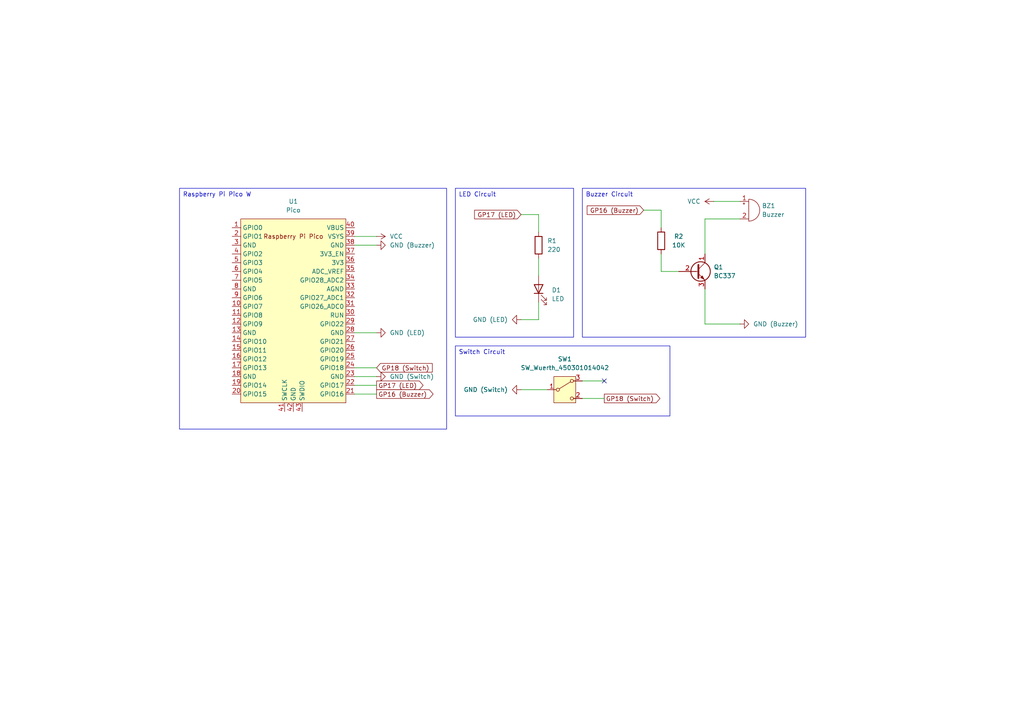
<source format=kicad_sch>
(kicad_sch
	(version 20231120)
	(generator "eeschema")
	(generator_version "8.0")
	(uuid "3a983584-ae2d-4352-b951-aa1985dfa5c1")
	(paper "A4")
	(lib_symbols
		(symbol "Device:Buzzer"
			(pin_names
				(offset 0.0254) hide)
			(exclude_from_sim no)
			(in_bom yes)
			(on_board yes)
			(property "Reference" "BZ"
				(at 3.81 1.27 0)
				(effects
					(font
						(size 1.27 1.27)
					)
					(justify left)
				)
			)
			(property "Value" "Buzzer"
				(at 3.81 -1.27 0)
				(effects
					(font
						(size 1.27 1.27)
					)
					(justify left)
				)
			)
			(property "Footprint" ""
				(at -0.635 2.54 90)
				(effects
					(font
						(size 1.27 1.27)
					)
					(hide yes)
				)
			)
			(property "Datasheet" "~"
				(at -0.635 2.54 90)
				(effects
					(font
						(size 1.27 1.27)
					)
					(hide yes)
				)
			)
			(property "Description" "Buzzer, polarized"
				(at 0 0 0)
				(effects
					(font
						(size 1.27 1.27)
					)
					(hide yes)
				)
			)
			(property "ki_keywords" "quartz resonator ceramic"
				(at 0 0 0)
				(effects
					(font
						(size 1.27 1.27)
					)
					(hide yes)
				)
			)
			(property "ki_fp_filters" "*Buzzer*"
				(at 0 0 0)
				(effects
					(font
						(size 1.27 1.27)
					)
					(hide yes)
				)
			)
			(symbol "Buzzer_0_1"
				(arc
					(start 0 -3.175)
					(mid 3.1612 0)
					(end 0 3.175)
					(stroke
						(width 0)
						(type default)
					)
					(fill
						(type none)
					)
				)
				(polyline
					(pts
						(xy -1.651 1.905) (xy -1.143 1.905)
					)
					(stroke
						(width 0)
						(type default)
					)
					(fill
						(type none)
					)
				)
				(polyline
					(pts
						(xy -1.397 2.159) (xy -1.397 1.651)
					)
					(stroke
						(width 0)
						(type default)
					)
					(fill
						(type none)
					)
				)
				(polyline
					(pts
						(xy 0 3.175) (xy 0 -3.175)
					)
					(stroke
						(width 0)
						(type default)
					)
					(fill
						(type none)
					)
				)
			)
			(symbol "Buzzer_1_1"
				(pin passive line
					(at -2.54 2.54 0)
					(length 2.54)
					(name "+"
						(effects
							(font
								(size 1.27 1.27)
							)
						)
					)
					(number "1"
						(effects
							(font
								(size 1.27 1.27)
							)
						)
					)
				)
				(pin passive line
					(at -2.54 -2.54 0)
					(length 2.54)
					(name "-"
						(effects
							(font
								(size 1.27 1.27)
							)
						)
					)
					(number "2"
						(effects
							(font
								(size 1.27 1.27)
							)
						)
					)
				)
			)
		)
		(symbol "Device:LED"
			(pin_numbers hide)
			(pin_names
				(offset 1.016) hide)
			(exclude_from_sim no)
			(in_bom yes)
			(on_board yes)
			(property "Reference" "D"
				(at 0 2.54 0)
				(effects
					(font
						(size 1.27 1.27)
					)
				)
			)
			(property "Value" "LED"
				(at 0 -2.54 0)
				(effects
					(font
						(size 1.27 1.27)
					)
				)
			)
			(property "Footprint" ""
				(at 0 0 0)
				(effects
					(font
						(size 1.27 1.27)
					)
					(hide yes)
				)
			)
			(property "Datasheet" "~"
				(at 0 0 0)
				(effects
					(font
						(size 1.27 1.27)
					)
					(hide yes)
				)
			)
			(property "Description" "Light emitting diode"
				(at 0 0 0)
				(effects
					(font
						(size 1.27 1.27)
					)
					(hide yes)
				)
			)
			(property "ki_keywords" "LED diode"
				(at 0 0 0)
				(effects
					(font
						(size 1.27 1.27)
					)
					(hide yes)
				)
			)
			(property "ki_fp_filters" "LED* LED_SMD:* LED_THT:*"
				(at 0 0 0)
				(effects
					(font
						(size 1.27 1.27)
					)
					(hide yes)
				)
			)
			(symbol "LED_0_1"
				(polyline
					(pts
						(xy -1.27 -1.27) (xy -1.27 1.27)
					)
					(stroke
						(width 0.254)
						(type default)
					)
					(fill
						(type none)
					)
				)
				(polyline
					(pts
						(xy -1.27 0) (xy 1.27 0)
					)
					(stroke
						(width 0)
						(type default)
					)
					(fill
						(type none)
					)
				)
				(polyline
					(pts
						(xy 1.27 -1.27) (xy 1.27 1.27) (xy -1.27 0) (xy 1.27 -1.27)
					)
					(stroke
						(width 0.254)
						(type default)
					)
					(fill
						(type none)
					)
				)
				(polyline
					(pts
						(xy -3.048 -0.762) (xy -4.572 -2.286) (xy -3.81 -2.286) (xy -4.572 -2.286) (xy -4.572 -1.524)
					)
					(stroke
						(width 0)
						(type default)
					)
					(fill
						(type none)
					)
				)
				(polyline
					(pts
						(xy -1.778 -0.762) (xy -3.302 -2.286) (xy -2.54 -2.286) (xy -3.302 -2.286) (xy -3.302 -1.524)
					)
					(stroke
						(width 0)
						(type default)
					)
					(fill
						(type none)
					)
				)
			)
			(symbol "LED_1_1"
				(pin passive line
					(at -3.81 0 0)
					(length 2.54)
					(name "K"
						(effects
							(font
								(size 1.27 1.27)
							)
						)
					)
					(number "1"
						(effects
							(font
								(size 1.27 1.27)
							)
						)
					)
				)
				(pin passive line
					(at 3.81 0 180)
					(length 2.54)
					(name "A"
						(effects
							(font
								(size 1.27 1.27)
							)
						)
					)
					(number "2"
						(effects
							(font
								(size 1.27 1.27)
							)
						)
					)
				)
			)
		)
		(symbol "Device:R"
			(pin_numbers hide)
			(pin_names
				(offset 0)
			)
			(exclude_from_sim no)
			(in_bom yes)
			(on_board yes)
			(property "Reference" "R"
				(at 2.032 0 90)
				(effects
					(font
						(size 1.27 1.27)
					)
				)
			)
			(property "Value" "R"
				(at 0 0 90)
				(effects
					(font
						(size 1.27 1.27)
					)
				)
			)
			(property "Footprint" ""
				(at -1.778 0 90)
				(effects
					(font
						(size 1.27 1.27)
					)
					(hide yes)
				)
			)
			(property "Datasheet" "~"
				(at 0 0 0)
				(effects
					(font
						(size 1.27 1.27)
					)
					(hide yes)
				)
			)
			(property "Description" "Resistor"
				(at 0 0 0)
				(effects
					(font
						(size 1.27 1.27)
					)
					(hide yes)
				)
			)
			(property "ki_keywords" "R res resistor"
				(at 0 0 0)
				(effects
					(font
						(size 1.27 1.27)
					)
					(hide yes)
				)
			)
			(property "ki_fp_filters" "R_*"
				(at 0 0 0)
				(effects
					(font
						(size 1.27 1.27)
					)
					(hide yes)
				)
			)
			(symbol "R_0_1"
				(rectangle
					(start -1.016 -2.54)
					(end 1.016 2.54)
					(stroke
						(width 0.254)
						(type default)
					)
					(fill
						(type none)
					)
				)
			)
			(symbol "R_1_1"
				(pin passive line
					(at 0 3.81 270)
					(length 1.27)
					(name "~"
						(effects
							(font
								(size 1.27 1.27)
							)
						)
					)
					(number "1"
						(effects
							(font
								(size 1.27 1.27)
							)
						)
					)
				)
				(pin passive line
					(at 0 -3.81 90)
					(length 1.27)
					(name "~"
						(effects
							(font
								(size 1.27 1.27)
							)
						)
					)
					(number "2"
						(effects
							(font
								(size 1.27 1.27)
							)
						)
					)
				)
			)
		)
		(symbol "MCU_RaspberryPi_and_Boards:Pico"
			(exclude_from_sim no)
			(in_bom yes)
			(on_board yes)
			(property "Reference" "U"
				(at -13.97 27.94 0)
				(effects
					(font
						(size 1.27 1.27)
					)
				)
			)
			(property "Value" "Pico"
				(at 0 19.05 0)
				(effects
					(font
						(size 1.27 1.27)
					)
				)
			)
			(property "Footprint" "RPi_Pico:RPi_Pico_SMD_TH"
				(at 0 0 90)
				(effects
					(font
						(size 1.27 1.27)
					)
					(hide yes)
				)
			)
			(property "Datasheet" ""
				(at 0 0 0)
				(effects
					(font
						(size 1.27 1.27)
					)
					(hide yes)
				)
			)
			(property "Description" ""
				(at 0 0 0)
				(effects
					(font
						(size 1.27 1.27)
					)
					(hide yes)
				)
			)
			(symbol "Pico_0_0"
				(text "Raspberry Pi Pico"
					(at 0 21.59 0)
					(effects
						(font
							(size 1.27 1.27)
						)
					)
				)
			)
			(symbol "Pico_0_1"
				(rectangle
					(start -15.24 26.67)
					(end 15.24 -26.67)
					(stroke
						(width 0)
						(type default)
					)
					(fill
						(type background)
					)
				)
			)
			(symbol "Pico_1_1"
				(pin bidirectional line
					(at -17.78 24.13 0)
					(length 2.54)
					(name "GPIO0"
						(effects
							(font
								(size 1.27 1.27)
							)
						)
					)
					(number "1"
						(effects
							(font
								(size 1.27 1.27)
							)
						)
					)
				)
				(pin bidirectional line
					(at -17.78 1.27 0)
					(length 2.54)
					(name "GPIO7"
						(effects
							(font
								(size 1.27 1.27)
							)
						)
					)
					(number "10"
						(effects
							(font
								(size 1.27 1.27)
							)
						)
					)
				)
				(pin bidirectional line
					(at -17.78 -1.27 0)
					(length 2.54)
					(name "GPIO8"
						(effects
							(font
								(size 1.27 1.27)
							)
						)
					)
					(number "11"
						(effects
							(font
								(size 1.27 1.27)
							)
						)
					)
				)
				(pin bidirectional line
					(at -17.78 -3.81 0)
					(length 2.54)
					(name "GPIO9"
						(effects
							(font
								(size 1.27 1.27)
							)
						)
					)
					(number "12"
						(effects
							(font
								(size 1.27 1.27)
							)
						)
					)
				)
				(pin power_in line
					(at -17.78 -6.35 0)
					(length 2.54)
					(name "GND"
						(effects
							(font
								(size 1.27 1.27)
							)
						)
					)
					(number "13"
						(effects
							(font
								(size 1.27 1.27)
							)
						)
					)
				)
				(pin bidirectional line
					(at -17.78 -8.89 0)
					(length 2.54)
					(name "GPIO10"
						(effects
							(font
								(size 1.27 1.27)
							)
						)
					)
					(number "14"
						(effects
							(font
								(size 1.27 1.27)
							)
						)
					)
				)
				(pin bidirectional line
					(at -17.78 -11.43 0)
					(length 2.54)
					(name "GPIO11"
						(effects
							(font
								(size 1.27 1.27)
							)
						)
					)
					(number "15"
						(effects
							(font
								(size 1.27 1.27)
							)
						)
					)
				)
				(pin bidirectional line
					(at -17.78 -13.97 0)
					(length 2.54)
					(name "GPIO12"
						(effects
							(font
								(size 1.27 1.27)
							)
						)
					)
					(number "16"
						(effects
							(font
								(size 1.27 1.27)
							)
						)
					)
				)
				(pin bidirectional line
					(at -17.78 -16.51 0)
					(length 2.54)
					(name "GPIO13"
						(effects
							(font
								(size 1.27 1.27)
							)
						)
					)
					(number "17"
						(effects
							(font
								(size 1.27 1.27)
							)
						)
					)
				)
				(pin power_in line
					(at -17.78 -19.05 0)
					(length 2.54)
					(name "GND"
						(effects
							(font
								(size 1.27 1.27)
							)
						)
					)
					(number "18"
						(effects
							(font
								(size 1.27 1.27)
							)
						)
					)
				)
				(pin bidirectional line
					(at -17.78 -21.59 0)
					(length 2.54)
					(name "GPIO14"
						(effects
							(font
								(size 1.27 1.27)
							)
						)
					)
					(number "19"
						(effects
							(font
								(size 1.27 1.27)
							)
						)
					)
				)
				(pin bidirectional line
					(at -17.78 21.59 0)
					(length 2.54)
					(name "GPIO1"
						(effects
							(font
								(size 1.27 1.27)
							)
						)
					)
					(number "2"
						(effects
							(font
								(size 1.27 1.27)
							)
						)
					)
				)
				(pin bidirectional line
					(at -17.78 -24.13 0)
					(length 2.54)
					(name "GPIO15"
						(effects
							(font
								(size 1.27 1.27)
							)
						)
					)
					(number "20"
						(effects
							(font
								(size 1.27 1.27)
							)
						)
					)
				)
				(pin bidirectional line
					(at 17.78 -24.13 180)
					(length 2.54)
					(name "GPIO16"
						(effects
							(font
								(size 1.27 1.27)
							)
						)
					)
					(number "21"
						(effects
							(font
								(size 1.27 1.27)
							)
						)
					)
				)
				(pin bidirectional line
					(at 17.78 -21.59 180)
					(length 2.54)
					(name "GPIO17"
						(effects
							(font
								(size 1.27 1.27)
							)
						)
					)
					(number "22"
						(effects
							(font
								(size 1.27 1.27)
							)
						)
					)
				)
				(pin power_in line
					(at 17.78 -19.05 180)
					(length 2.54)
					(name "GND"
						(effects
							(font
								(size 1.27 1.27)
							)
						)
					)
					(number "23"
						(effects
							(font
								(size 1.27 1.27)
							)
						)
					)
				)
				(pin bidirectional line
					(at 17.78 -16.51 180)
					(length 2.54)
					(name "GPIO18"
						(effects
							(font
								(size 1.27 1.27)
							)
						)
					)
					(number "24"
						(effects
							(font
								(size 1.27 1.27)
							)
						)
					)
				)
				(pin bidirectional line
					(at 17.78 -13.97 180)
					(length 2.54)
					(name "GPIO19"
						(effects
							(font
								(size 1.27 1.27)
							)
						)
					)
					(number "25"
						(effects
							(font
								(size 1.27 1.27)
							)
						)
					)
				)
				(pin bidirectional line
					(at 17.78 -11.43 180)
					(length 2.54)
					(name "GPIO20"
						(effects
							(font
								(size 1.27 1.27)
							)
						)
					)
					(number "26"
						(effects
							(font
								(size 1.27 1.27)
							)
						)
					)
				)
				(pin bidirectional line
					(at 17.78 -8.89 180)
					(length 2.54)
					(name "GPIO21"
						(effects
							(font
								(size 1.27 1.27)
							)
						)
					)
					(number "27"
						(effects
							(font
								(size 1.27 1.27)
							)
						)
					)
				)
				(pin power_in line
					(at 17.78 -6.35 180)
					(length 2.54)
					(name "GND"
						(effects
							(font
								(size 1.27 1.27)
							)
						)
					)
					(number "28"
						(effects
							(font
								(size 1.27 1.27)
							)
						)
					)
				)
				(pin bidirectional line
					(at 17.78 -3.81 180)
					(length 2.54)
					(name "GPIO22"
						(effects
							(font
								(size 1.27 1.27)
							)
						)
					)
					(number "29"
						(effects
							(font
								(size 1.27 1.27)
							)
						)
					)
				)
				(pin power_in line
					(at -17.78 19.05 0)
					(length 2.54)
					(name "GND"
						(effects
							(font
								(size 1.27 1.27)
							)
						)
					)
					(number "3"
						(effects
							(font
								(size 1.27 1.27)
							)
						)
					)
				)
				(pin input line
					(at 17.78 -1.27 180)
					(length 2.54)
					(name "RUN"
						(effects
							(font
								(size 1.27 1.27)
							)
						)
					)
					(number "30"
						(effects
							(font
								(size 1.27 1.27)
							)
						)
					)
				)
				(pin bidirectional line
					(at 17.78 1.27 180)
					(length 2.54)
					(name "GPIO26_ADC0"
						(effects
							(font
								(size 1.27 1.27)
							)
						)
					)
					(number "31"
						(effects
							(font
								(size 1.27 1.27)
							)
						)
					)
				)
				(pin bidirectional line
					(at 17.78 3.81 180)
					(length 2.54)
					(name "GPIO27_ADC1"
						(effects
							(font
								(size 1.27 1.27)
							)
						)
					)
					(number "32"
						(effects
							(font
								(size 1.27 1.27)
							)
						)
					)
				)
				(pin power_in line
					(at 17.78 6.35 180)
					(length 2.54)
					(name "AGND"
						(effects
							(font
								(size 1.27 1.27)
							)
						)
					)
					(number "33"
						(effects
							(font
								(size 1.27 1.27)
							)
						)
					)
				)
				(pin bidirectional line
					(at 17.78 8.89 180)
					(length 2.54)
					(name "GPIO28_ADC2"
						(effects
							(font
								(size 1.27 1.27)
							)
						)
					)
					(number "34"
						(effects
							(font
								(size 1.27 1.27)
							)
						)
					)
				)
				(pin power_in line
					(at 17.78 11.43 180)
					(length 2.54)
					(name "ADC_VREF"
						(effects
							(font
								(size 1.27 1.27)
							)
						)
					)
					(number "35"
						(effects
							(font
								(size 1.27 1.27)
							)
						)
					)
				)
				(pin power_in line
					(at 17.78 13.97 180)
					(length 2.54)
					(name "3V3"
						(effects
							(font
								(size 1.27 1.27)
							)
						)
					)
					(number "36"
						(effects
							(font
								(size 1.27 1.27)
							)
						)
					)
				)
				(pin input line
					(at 17.78 16.51 180)
					(length 2.54)
					(name "3V3_EN"
						(effects
							(font
								(size 1.27 1.27)
							)
						)
					)
					(number "37"
						(effects
							(font
								(size 1.27 1.27)
							)
						)
					)
				)
				(pin bidirectional line
					(at 17.78 19.05 180)
					(length 2.54)
					(name "GND"
						(effects
							(font
								(size 1.27 1.27)
							)
						)
					)
					(number "38"
						(effects
							(font
								(size 1.27 1.27)
							)
						)
					)
				)
				(pin power_in line
					(at 17.78 21.59 180)
					(length 2.54)
					(name "VSYS"
						(effects
							(font
								(size 1.27 1.27)
							)
						)
					)
					(number "39"
						(effects
							(font
								(size 1.27 1.27)
							)
						)
					)
				)
				(pin bidirectional line
					(at -17.78 16.51 0)
					(length 2.54)
					(name "GPIO2"
						(effects
							(font
								(size 1.27 1.27)
							)
						)
					)
					(number "4"
						(effects
							(font
								(size 1.27 1.27)
							)
						)
					)
				)
				(pin power_in line
					(at 17.78 24.13 180)
					(length 2.54)
					(name "VBUS"
						(effects
							(font
								(size 1.27 1.27)
							)
						)
					)
					(number "40"
						(effects
							(font
								(size 1.27 1.27)
							)
						)
					)
				)
				(pin input line
					(at -2.54 -29.21 90)
					(length 2.54)
					(name "SWCLK"
						(effects
							(font
								(size 1.27 1.27)
							)
						)
					)
					(number "41"
						(effects
							(font
								(size 1.27 1.27)
							)
						)
					)
				)
				(pin power_in line
					(at 0 -29.21 90)
					(length 2.54)
					(name "GND"
						(effects
							(font
								(size 1.27 1.27)
							)
						)
					)
					(number "42"
						(effects
							(font
								(size 1.27 1.27)
							)
						)
					)
				)
				(pin bidirectional line
					(at 2.54 -29.21 90)
					(length 2.54)
					(name "SWDIO"
						(effects
							(font
								(size 1.27 1.27)
							)
						)
					)
					(number "43"
						(effects
							(font
								(size 1.27 1.27)
							)
						)
					)
				)
				(pin bidirectional line
					(at -17.78 13.97 0)
					(length 2.54)
					(name "GPIO3"
						(effects
							(font
								(size 1.27 1.27)
							)
						)
					)
					(number "5"
						(effects
							(font
								(size 1.27 1.27)
							)
						)
					)
				)
				(pin bidirectional line
					(at -17.78 11.43 0)
					(length 2.54)
					(name "GPIO4"
						(effects
							(font
								(size 1.27 1.27)
							)
						)
					)
					(number "6"
						(effects
							(font
								(size 1.27 1.27)
							)
						)
					)
				)
				(pin bidirectional line
					(at -17.78 8.89 0)
					(length 2.54)
					(name "GPIO5"
						(effects
							(font
								(size 1.27 1.27)
							)
						)
					)
					(number "7"
						(effects
							(font
								(size 1.27 1.27)
							)
						)
					)
				)
				(pin power_in line
					(at -17.78 6.35 0)
					(length 2.54)
					(name "GND"
						(effects
							(font
								(size 1.27 1.27)
							)
						)
					)
					(number "8"
						(effects
							(font
								(size 1.27 1.27)
							)
						)
					)
				)
				(pin bidirectional line
					(at -17.78 3.81 0)
					(length 2.54)
					(name "GPIO6"
						(effects
							(font
								(size 1.27 1.27)
							)
						)
					)
					(number "9"
						(effects
							(font
								(size 1.27 1.27)
							)
						)
					)
				)
			)
		)
		(symbol "Switch:SW_Wuerth_450301014042"
			(pin_names
				(offset 1) hide)
			(exclude_from_sim no)
			(in_bom yes)
			(on_board yes)
			(property "Reference" "SW"
				(at 0 5.08 0)
				(effects
					(font
						(size 1.27 1.27)
					)
				)
			)
			(property "Value" "SW_Wuerth_450301014042"
				(at 0 -5.08 0)
				(effects
					(font
						(size 1.27 1.27)
					)
				)
			)
			(property "Footprint" "Button_Switch_THT:SW_Slide-03_Wuerth-WS-SLTV_10x2.5x6.4_P2.54mm"
				(at 0 -10.16 0)
				(effects
					(font
						(size 1.27 1.27)
					)
					(hide yes)
				)
			)
			(property "Datasheet" "https://www.we-online.com/components/products/datasheet/450301014042.pdf"
				(at 0 -7.62 0)
				(effects
					(font
						(size 1.27 1.27)
					)
					(hide yes)
				)
			)
			(property "Description" "Switch slide, single pole double throw"
				(at 0 0 0)
				(effects
					(font
						(size 1.27 1.27)
					)
					(hide yes)
				)
			)
			(property "ki_keywords" "changeover single-pole double-throw spdt ON-ON"
				(at 0 0 0)
				(effects
					(font
						(size 1.27 1.27)
					)
					(hide yes)
				)
			)
			(property "ki_fp_filters" "SW*Wuerth*WS*SLTV*10x2.5x6.4*P2.54mm*"
				(at 0 0 0)
				(effects
					(font
						(size 1.27 1.27)
					)
					(hide yes)
				)
			)
			(symbol "SW_Wuerth_450301014042_0_1"
				(circle
					(center -2.032 0)
					(radius 0.4572)
					(stroke
						(width 0)
						(type default)
					)
					(fill
						(type none)
					)
				)
				(polyline
					(pts
						(xy -1.651 0.254) (xy 1.651 2.286)
					)
					(stroke
						(width 0)
						(type default)
					)
					(fill
						(type none)
					)
				)
				(circle
					(center 2.032 -2.54)
					(radius 0.4572)
					(stroke
						(width 0)
						(type default)
					)
					(fill
						(type none)
					)
				)
				(circle
					(center 2.032 2.54)
					(radius 0.4572)
					(stroke
						(width 0)
						(type default)
					)
					(fill
						(type none)
					)
				)
			)
			(symbol "SW_Wuerth_450301014042_1_1"
				(rectangle
					(start -3.175 3.81)
					(end 3.175 -3.81)
					(stroke
						(width 0)
						(type default)
					)
					(fill
						(type background)
					)
				)
				(pin passive line
					(at -5.08 0 0)
					(length 2.54)
					(name "B"
						(effects
							(font
								(size 1.27 1.27)
							)
						)
					)
					(number "1"
						(effects
							(font
								(size 1.27 1.27)
							)
						)
					)
				)
				(pin passive line
					(at 5.08 -2.54 180)
					(length 2.54)
					(name "C"
						(effects
							(font
								(size 1.27 1.27)
							)
						)
					)
					(number "2"
						(effects
							(font
								(size 1.27 1.27)
							)
						)
					)
				)
				(pin passive line
					(at 5.08 2.54 180)
					(length 2.54)
					(name "A"
						(effects
							(font
								(size 1.27 1.27)
							)
						)
					)
					(number "3"
						(effects
							(font
								(size 1.27 1.27)
							)
						)
					)
				)
			)
		)
		(symbol "Transistor_BJT:BC337"
			(pin_names
				(offset 0) hide)
			(exclude_from_sim no)
			(in_bom yes)
			(on_board yes)
			(property "Reference" "Q"
				(at 5.08 1.905 0)
				(effects
					(font
						(size 1.27 1.27)
					)
					(justify left)
				)
			)
			(property "Value" "BC337"
				(at 5.08 0 0)
				(effects
					(font
						(size 1.27 1.27)
					)
					(justify left)
				)
			)
			(property "Footprint" "Package_TO_SOT_THT:TO-92_Inline"
				(at 5.08 -1.905 0)
				(effects
					(font
						(size 1.27 1.27)
						(italic yes)
					)
					(justify left)
					(hide yes)
				)
			)
			(property "Datasheet" "https://diotec.com/tl_files/diotec/files/pdf/datasheets/bc337.pdf"
				(at 0 0 0)
				(effects
					(font
						(size 1.27 1.27)
					)
					(justify left)
					(hide yes)
				)
			)
			(property "Description" "0.8A Ic, 45V Vce, NPN Transistor, TO-92"
				(at 0 0 0)
				(effects
					(font
						(size 1.27 1.27)
					)
					(hide yes)
				)
			)
			(property "ki_keywords" "NPN Transistor"
				(at 0 0 0)
				(effects
					(font
						(size 1.27 1.27)
					)
					(hide yes)
				)
			)
			(property "ki_fp_filters" "TO?92*"
				(at 0 0 0)
				(effects
					(font
						(size 1.27 1.27)
					)
					(hide yes)
				)
			)
			(symbol "BC337_0_1"
				(polyline
					(pts
						(xy 0 0) (xy 0.635 0)
					)
					(stroke
						(width 0)
						(type default)
					)
					(fill
						(type none)
					)
				)
				(polyline
					(pts
						(xy 0.635 0.635) (xy 2.54 2.54)
					)
					(stroke
						(width 0)
						(type default)
					)
					(fill
						(type none)
					)
				)
				(polyline
					(pts
						(xy 0.635 -0.635) (xy 2.54 -2.54) (xy 2.54 -2.54)
					)
					(stroke
						(width 0)
						(type default)
					)
					(fill
						(type none)
					)
				)
				(polyline
					(pts
						(xy 0.635 1.905) (xy 0.635 -1.905) (xy 0.635 -1.905)
					)
					(stroke
						(width 0.508)
						(type default)
					)
					(fill
						(type none)
					)
				)
				(polyline
					(pts
						(xy 1.27 -1.778) (xy 1.778 -1.27) (xy 2.286 -2.286) (xy 1.27 -1.778) (xy 1.27 -1.778)
					)
					(stroke
						(width 0)
						(type default)
					)
					(fill
						(type outline)
					)
				)
				(circle
					(center 1.27 0)
					(radius 2.8194)
					(stroke
						(width 0.254)
						(type default)
					)
					(fill
						(type none)
					)
				)
			)
			(symbol "BC337_1_1"
				(pin passive line
					(at 2.54 5.08 270)
					(length 2.54)
					(name "C"
						(effects
							(font
								(size 1.27 1.27)
							)
						)
					)
					(number "1"
						(effects
							(font
								(size 1.27 1.27)
							)
						)
					)
				)
				(pin input line
					(at -5.08 0 0)
					(length 5.08)
					(name "B"
						(effects
							(font
								(size 1.27 1.27)
							)
						)
					)
					(number "2"
						(effects
							(font
								(size 1.27 1.27)
							)
						)
					)
				)
				(pin passive line
					(at 2.54 -5.08 90)
					(length 2.54)
					(name "E"
						(effects
							(font
								(size 1.27 1.27)
							)
						)
					)
					(number "3"
						(effects
							(font
								(size 1.27 1.27)
							)
						)
					)
				)
			)
		)
		(symbol "power:GND"
			(power)
			(pin_numbers hide)
			(pin_names
				(offset 0) hide)
			(exclude_from_sim no)
			(in_bom yes)
			(on_board yes)
			(property "Reference" "#PWR"
				(at 0 -6.35 0)
				(effects
					(font
						(size 1.27 1.27)
					)
					(hide yes)
				)
			)
			(property "Value" "GND"
				(at 0 -3.81 0)
				(effects
					(font
						(size 1.27 1.27)
					)
				)
			)
			(property "Footprint" ""
				(at 0 0 0)
				(effects
					(font
						(size 1.27 1.27)
					)
					(hide yes)
				)
			)
			(property "Datasheet" ""
				(at 0 0 0)
				(effects
					(font
						(size 1.27 1.27)
					)
					(hide yes)
				)
			)
			(property "Description" "Power symbol creates a global label with name \"GND\" , ground"
				(at 0 0 0)
				(effects
					(font
						(size 1.27 1.27)
					)
					(hide yes)
				)
			)
			(property "ki_keywords" "global power"
				(at 0 0 0)
				(effects
					(font
						(size 1.27 1.27)
					)
					(hide yes)
				)
			)
			(symbol "GND_0_1"
				(polyline
					(pts
						(xy 0 0) (xy 0 -1.27) (xy 1.27 -1.27) (xy 0 -2.54) (xy -1.27 -1.27) (xy 0 -1.27)
					)
					(stroke
						(width 0)
						(type default)
					)
					(fill
						(type none)
					)
				)
			)
			(symbol "GND_1_1"
				(pin power_in line
					(at 0 0 270)
					(length 0)
					(name "~"
						(effects
							(font
								(size 1.27 1.27)
							)
						)
					)
					(number "1"
						(effects
							(font
								(size 1.27 1.27)
							)
						)
					)
				)
			)
		)
		(symbol "power:VCC"
			(power)
			(pin_numbers hide)
			(pin_names
				(offset 0) hide)
			(exclude_from_sim no)
			(in_bom yes)
			(on_board yes)
			(property "Reference" "#PWR"
				(at 0 -3.81 0)
				(effects
					(font
						(size 1.27 1.27)
					)
					(hide yes)
				)
			)
			(property "Value" "VCC"
				(at 0 3.556 0)
				(effects
					(font
						(size 1.27 1.27)
					)
				)
			)
			(property "Footprint" ""
				(at 0 0 0)
				(effects
					(font
						(size 1.27 1.27)
					)
					(hide yes)
				)
			)
			(property "Datasheet" ""
				(at 0 0 0)
				(effects
					(font
						(size 1.27 1.27)
					)
					(hide yes)
				)
			)
			(property "Description" "Power symbol creates a global label with name \"VCC\""
				(at 0 0 0)
				(effects
					(font
						(size 1.27 1.27)
					)
					(hide yes)
				)
			)
			(property "ki_keywords" "global power"
				(at 0 0 0)
				(effects
					(font
						(size 1.27 1.27)
					)
					(hide yes)
				)
			)
			(symbol "VCC_0_1"
				(polyline
					(pts
						(xy -0.762 1.27) (xy 0 2.54)
					)
					(stroke
						(width 0)
						(type default)
					)
					(fill
						(type none)
					)
				)
				(polyline
					(pts
						(xy 0 0) (xy 0 2.54)
					)
					(stroke
						(width 0)
						(type default)
					)
					(fill
						(type none)
					)
				)
				(polyline
					(pts
						(xy 0 2.54) (xy 0.762 1.27)
					)
					(stroke
						(width 0)
						(type default)
					)
					(fill
						(type none)
					)
				)
			)
			(symbol "VCC_1_1"
				(pin power_in line
					(at 0 0 90)
					(length 0)
					(name "~"
						(effects
							(font
								(size 1.27 1.27)
							)
						)
					)
					(number "1"
						(effects
							(font
								(size 1.27 1.27)
							)
						)
					)
				)
			)
		)
	)
	(no_connect
		(at 175.26 110.49)
		(uuid "2b32fc31-48a7-4099-8316-0881d30eaf9d")
	)
	(wire
		(pts
			(xy 156.21 62.23) (xy 156.21 67.31)
		)
		(stroke
			(width 0)
			(type default)
		)
		(uuid "046a3b25-74aa-4f73-93ff-8057404e1c26")
	)
	(wire
		(pts
			(xy 109.22 109.22) (xy 102.87 109.22)
		)
		(stroke
			(width 0)
			(type default)
		)
		(uuid "0872f419-0a6c-4882-abfc-e6372b4e862f")
	)
	(wire
		(pts
			(xy 191.77 78.74) (xy 196.85 78.74)
		)
		(stroke
			(width 0)
			(type default)
		)
		(uuid "093fb612-fc30-4503-b10f-85a1a611dad5")
	)
	(wire
		(pts
			(xy 151.13 113.03) (xy 158.75 113.03)
		)
		(stroke
			(width 0)
			(type default)
		)
		(uuid "0d559857-dd35-404f-aee1-76a2ebb10a82")
	)
	(wire
		(pts
			(xy 156.21 74.93) (xy 156.21 80.01)
		)
		(stroke
			(width 0)
			(type default)
		)
		(uuid "12c5aef5-8969-44f1-9307-14372be29efa")
	)
	(wire
		(pts
			(xy 109.22 106.68) (xy 102.87 106.68)
		)
		(stroke
			(width 0)
			(type default)
		)
		(uuid "3091c8d6-ec77-4a16-bb0d-a93ba734cd3b")
	)
	(wire
		(pts
			(xy 102.87 68.58) (xy 109.22 68.58)
		)
		(stroke
			(width 0)
			(type default)
		)
		(uuid "34117f57-73fe-4776-b70e-6c9d91670668")
	)
	(wire
		(pts
			(xy 109.22 71.12) (xy 102.87 71.12)
		)
		(stroke
			(width 0)
			(type default)
		)
		(uuid "463321de-e0a1-47a0-bfa0-e20cb360fcb6")
	)
	(wire
		(pts
			(xy 109.22 111.76) (xy 102.87 111.76)
		)
		(stroke
			(width 0)
			(type default)
		)
		(uuid "51a4b40a-5266-4417-94cc-058b4f8d692a")
	)
	(wire
		(pts
			(xy 207.01 58.42) (xy 214.63 58.42)
		)
		(stroke
			(width 0)
			(type default)
		)
		(uuid "54954fd1-ec10-4c51-bc24-90b0fc186678")
	)
	(wire
		(pts
			(xy 109.22 114.3) (xy 102.87 114.3)
		)
		(stroke
			(width 0)
			(type default)
		)
		(uuid "6255ae8e-8bb4-4d88-96da-2a07d628e8fb")
	)
	(wire
		(pts
			(xy 156.21 92.71) (xy 151.13 92.71)
		)
		(stroke
			(width 0)
			(type default)
		)
		(uuid "6719b5ef-975e-4ccb-aaa5-983e9209bc87")
	)
	(wire
		(pts
			(xy 204.47 73.66) (xy 204.47 63.5)
		)
		(stroke
			(width 0)
			(type default)
		)
		(uuid "682e32ac-3402-4f22-8b06-a873fa8fd1f1")
	)
	(wire
		(pts
			(xy 204.47 83.82) (xy 204.47 93.98)
		)
		(stroke
			(width 0)
			(type default)
		)
		(uuid "6c74ec52-8e3a-402f-a2cd-d168cf20c793")
	)
	(wire
		(pts
			(xy 191.77 73.66) (xy 191.77 78.74)
		)
		(stroke
			(width 0)
			(type default)
		)
		(uuid "77c6327c-4811-4af4-b395-2c0ed214daa7")
	)
	(wire
		(pts
			(xy 168.91 115.57) (xy 175.26 115.57)
		)
		(stroke
			(width 0)
			(type default)
		)
		(uuid "800fe306-6e32-462a-9f07-2350f7d875e2")
	)
	(wire
		(pts
			(xy 204.47 93.98) (xy 214.63 93.98)
		)
		(stroke
			(width 0)
			(type default)
		)
		(uuid "979867df-4477-4be0-ad58-acb034e8364f")
	)
	(wire
		(pts
			(xy 109.22 96.52) (xy 102.87 96.52)
		)
		(stroke
			(width 0)
			(type default)
		)
		(uuid "9b8c055b-304f-40b1-94a3-60d079f21c21")
	)
	(wire
		(pts
			(xy 191.77 60.96) (xy 191.77 66.04)
		)
		(stroke
			(width 0)
			(type default)
		)
		(uuid "a5fe4b79-6c2c-4d5b-b43a-b5d3f2585874")
	)
	(wire
		(pts
			(xy 204.47 63.5) (xy 214.63 63.5)
		)
		(stroke
			(width 0)
			(type default)
		)
		(uuid "a93963f1-02e3-4fd3-b448-6cb77b9e6f54")
	)
	(wire
		(pts
			(xy 168.91 110.49) (xy 175.26 110.49)
		)
		(stroke
			(width 0)
			(type default)
		)
		(uuid "c783fc9b-ccfb-44d2-8388-5bbf2cff5591")
	)
	(wire
		(pts
			(xy 151.13 62.23) (xy 156.21 62.23)
		)
		(stroke
			(width 0)
			(type default)
		)
		(uuid "dec9d076-a3ee-4f18-af1f-5001259b4e25")
	)
	(wire
		(pts
			(xy 156.21 87.63) (xy 156.21 92.71)
		)
		(stroke
			(width 0)
			(type default)
		)
		(uuid "e2029c9d-ec11-48c4-845e-2bb3f0d86517")
	)
	(wire
		(pts
			(xy 186.69 60.96) (xy 191.77 60.96)
		)
		(stroke
			(width 0)
			(type default)
		)
		(uuid "f82db02c-eda9-47e9-bd82-6c0a979f3288")
	)
	(text_box "Raspberry Pi Pico W"
		(exclude_from_sim no)
		(at 52.07 54.61 0)
		(size 77.47 69.85)
		(stroke
			(width 0)
			(type default)
		)
		(fill
			(type none)
		)
		(effects
			(font
				(size 1.27 1.27)
			)
			(justify left top)
		)
		(uuid "93bb100a-6a9a-4d0a-a8af-94c521f69da4")
	)
	(text_box "Buzzer Circuit\n"
		(exclude_from_sim no)
		(at 168.91 54.61 0)
		(size 64.77 43.18)
		(stroke
			(width 0)
			(type default)
		)
		(fill
			(type none)
		)
		(effects
			(font
				(size 1.27 1.27)
			)
			(justify left top)
		)
		(uuid "a6600324-adac-4650-a672-c048eb13f4f8")
	)
	(text_box "Switch Circuit"
		(exclude_from_sim no)
		(at 132.08 100.33 0)
		(size 62.23 20.32)
		(stroke
			(width 0)
			(type default)
		)
		(fill
			(type none)
		)
		(effects
			(font
				(size 1.27 1.27)
			)
			(justify left top)
		)
		(uuid "d673a331-10b8-42e0-8b5f-6c71d271cedc")
	)
	(text_box "LED Circuit\n"
		(exclude_from_sim no)
		(at 132.08 54.61 0)
		(size 34.29 43.18)
		(stroke
			(width 0)
			(type default)
		)
		(fill
			(type none)
		)
		(effects
			(font
				(size 1.27 1.27)
			)
			(justify left top)
		)
		(uuid "e54035f9-6830-442a-8d37-ebe979ac608e")
	)
	(global_label "GP16 (Buzzer)"
		(shape output)
		(at 109.22 114.3 0)
		(fields_autoplaced yes)
		(effects
			(font
				(size 1.27 1.27)
			)
			(justify left)
		)
		(uuid "708eaba2-dc5f-42e1-baba-b7d406fde2c1")
		(property "Intersheetrefs" "${INTERSHEET_REFS}"
			(at 126.1752 114.3 0)
			(effects
				(font
					(size 1.27 1.27)
				)
				(justify left)
				(hide yes)
			)
		)
	)
	(global_label "GP17 (LED)"
		(shape input)
		(at 151.13 62.23 180)
		(fields_autoplaced yes)
		(effects
			(font
				(size 1.27 1.27)
			)
			(justify right)
		)
		(uuid "9268861a-0736-413c-92dd-18e7911ced94")
		(property "Intersheetrefs" "${INTERSHEET_REFS}"
			(at 137.0777 62.23 0)
			(effects
				(font
					(size 1.27 1.27)
				)
				(justify right)
				(hide yes)
			)
		)
	)
	(global_label "GP17 (LED)"
		(shape output)
		(at 109.22 111.76 0)
		(fields_autoplaced yes)
		(effects
			(font
				(size 1.27 1.27)
			)
			(justify left)
		)
		(uuid "9c73cc6e-f2c5-45c2-bf50-de4924b10c37")
		(property "Intersheetrefs" "${INTERSHEET_REFS}"
			(at 123.2723 111.76 0)
			(effects
				(font
					(size 1.27 1.27)
				)
				(justify left)
				(hide yes)
			)
		)
	)
	(global_label "GP16 (Buzzer)"
		(shape input)
		(at 186.69 60.96 180)
		(fields_autoplaced yes)
		(effects
			(font
				(size 1.27 1.27)
			)
			(justify right)
		)
		(uuid "a1b32804-ecaa-44a0-9f0a-ee92fc0bcc93")
		(property "Intersheetrefs" "${INTERSHEET_REFS}"
			(at 169.7348 60.96 0)
			(effects
				(font
					(size 1.27 1.27)
				)
				(justify right)
				(hide yes)
			)
		)
	)
	(global_label "GP18 (Switch)"
		(shape input)
		(at 109.22 106.68 0)
		(fields_autoplaced yes)
		(effects
			(font
				(size 1.27 1.27)
			)
			(justify left)
		)
		(uuid "dd31c86f-9d32-4480-8a8e-ff8b53785e14")
		(property "Intersheetrefs" "${INTERSHEET_REFS}"
			(at 125.9333 106.68 0)
			(effects
				(font
					(size 1.27 1.27)
				)
				(justify left)
				(hide yes)
			)
		)
	)
	(global_label "GP18 (Switch)"
		(shape output)
		(at 175.26 115.57 0)
		(fields_autoplaced yes)
		(effects
			(font
				(size 1.27 1.27)
			)
			(justify left)
		)
		(uuid "e581b964-d6fc-4cf5-913e-503a58e80ea8")
		(property "Intersheetrefs" "${INTERSHEET_REFS}"
			(at 191.9733 115.57 0)
			(effects
				(font
					(size 1.27 1.27)
				)
				(justify left)
				(hide yes)
			)
		)
	)
	(symbol
		(lib_id "Device:R")
		(at 156.21 71.12 0)
		(unit 1)
		(exclude_from_sim no)
		(in_bom yes)
		(on_board yes)
		(dnp no)
		(fields_autoplaced yes)
		(uuid "14f8ac57-43d4-44dc-9685-000238f8bdb9")
		(property "Reference" "R1"
			(at 158.75 69.8499 0)
			(effects
				(font
					(size 1.27 1.27)
				)
				(justify left)
			)
		)
		(property "Value" "220"
			(at 158.75 72.3899 0)
			(effects
				(font
					(size 1.27 1.27)
				)
				(justify left)
			)
		)
		(property "Footprint" "Resistor_THT:R_Axial_DIN0207_L6.3mm_D2.5mm_P15.24mm_Horizontal"
			(at 154.432 71.12 90)
			(effects
				(font
					(size 1.27 1.27)
				)
				(hide yes)
			)
		)
		(property "Datasheet" "~"
			(at 156.21 71.12 0)
			(effects
				(font
					(size 1.27 1.27)
				)
				(hide yes)
			)
		)
		(property "Description" "Resistor"
			(at 156.21 71.12 0)
			(effects
				(font
					(size 1.27 1.27)
				)
				(hide yes)
			)
		)
		(pin "1"
			(uuid "284c21bd-5ba2-4369-ac64-0f33cea9e719")
		)
		(pin "2"
			(uuid "ec9abbdf-920b-4cf5-a489-bff5af111a35")
		)
		(instances
			(project "PonderadaPCB"
				(path "/3a983584-ae2d-4352-b951-aa1985dfa5c1"
					(reference "R1")
					(unit 1)
				)
			)
		)
	)
	(symbol
		(lib_id "MCU_RaspberryPi_and_Boards:Pico")
		(at 85.09 90.17 0)
		(unit 1)
		(exclude_from_sim no)
		(in_bom yes)
		(on_board yes)
		(dnp no)
		(fields_autoplaced yes)
		(uuid "260a5540-3df6-4e61-91df-c447734afae0")
		(property "Reference" "U1"
			(at 85.09 58.42 0)
			(effects
				(font
					(size 1.27 1.27)
				)
			)
		)
		(property "Value" "Pico"
			(at 85.09 60.96 0)
			(effects
				(font
					(size 1.27 1.27)
				)
			)
		)
		(property "Footprint" "MCU_RaspberryPi_and_Boards:RPi_Pico_SMD_TH"
			(at 85.09 90.17 90)
			(effects
				(font
					(size 1.27 1.27)
				)
				(hide yes)
			)
		)
		(property "Datasheet" ""
			(at 85.09 90.17 0)
			(effects
				(font
					(size 1.27 1.27)
				)
				(hide yes)
			)
		)
		(property "Description" ""
			(at 85.09 90.17 0)
			(effects
				(font
					(size 1.27 1.27)
				)
				(hide yes)
			)
		)
		(pin "23"
			(uuid "b185b51e-cd13-4758-b146-5d5fb59544de")
		)
		(pin "39"
			(uuid "6a3e96b0-79a4-49ff-8ed3-c402775e85d5")
		)
		(pin "4"
			(uuid "5b109dcb-67c2-443e-a580-0aca72a38120")
		)
		(pin "22"
			(uuid "c9de8dd4-de6b-4230-a77f-eec57bc7964c")
		)
		(pin "17"
			(uuid "2d5ddcab-0d90-4400-8f70-5366075eea94")
		)
		(pin "16"
			(uuid "96ff8592-33cf-460e-b964-ccaa6b9e5501")
		)
		(pin "24"
			(uuid "e528a319-9929-4722-b20b-7188ceb065bc")
		)
		(pin "42"
			(uuid "3b895ad1-3fca-4968-be3f-10f869a654a5")
		)
		(pin "40"
			(uuid "dbaaf79f-9556-4323-942b-d74a9c6bf770")
		)
		(pin "5"
			(uuid "f1692311-729b-447a-a856-5fc0417ec155")
		)
		(pin "13"
			(uuid "08bc0791-36ce-4024-a181-610568e8b218")
		)
		(pin "15"
			(uuid "54337149-5b03-4fa7-90c4-1669893f7ab8")
		)
		(pin "28"
			(uuid "2e364008-2120-480c-9735-6d74f2dec530")
		)
		(pin "36"
			(uuid "12975dab-f1c5-4f5c-b92b-23738d1ccc68")
		)
		(pin "41"
			(uuid "ff119ffe-d70a-43b9-b23d-d65d67863021")
		)
		(pin "34"
			(uuid "ea85ee1d-3a4e-491f-bd8e-d9ffb7e2a910")
		)
		(pin "43"
			(uuid "d8f42b73-9546-4d65-b3a4-9803e614e7df")
		)
		(pin "6"
			(uuid "1fbd3bc1-033e-4eba-aa50-16212dbdcc8f")
		)
		(pin "7"
			(uuid "f335361a-c416-42bc-a9ef-01d226af0e7e")
		)
		(pin "8"
			(uuid "2c67f35c-64f9-4ddb-8728-42cb6544f1de")
		)
		(pin "9"
			(uuid "a1e7f1ca-f949-443d-ba20-2a437d044434")
		)
		(pin "32"
			(uuid "ded71e53-29ca-4897-8097-e2be4ab5e30a")
		)
		(pin "3"
			(uuid "d0f4f7a8-8e5f-4dad-8a32-e4ff254eae73")
		)
		(pin "11"
			(uuid "9370d5a6-c45a-411b-a0ad-d1251d4695d0")
		)
		(pin "12"
			(uuid "52787ea5-6ee7-48d6-9c15-0efcf73011f8")
		)
		(pin "10"
			(uuid "112122a1-65d0-4037-9798-d9054cefc96f")
		)
		(pin "25"
			(uuid "43ff8d06-a6f6-4185-b2af-3d8e1f7a43a3")
		)
		(pin "33"
			(uuid "7e4145f9-e049-4d18-a6b0-cb89a9dbb3ba")
		)
		(pin "30"
			(uuid "8aceab31-5a06-4441-acad-2e3c4078e0cb")
		)
		(pin "19"
			(uuid "e77ffdd7-ee9c-4efc-adcb-4d52316992b1")
		)
		(pin "21"
			(uuid "d5ba29fb-dc5c-4814-bef4-00fbea582aa9")
		)
		(pin "2"
			(uuid "241880d1-5480-4313-b848-4e26d9dc694f")
		)
		(pin "29"
			(uuid "a061275a-dacc-4a38-8a2b-8f7349c73832")
		)
		(pin "18"
			(uuid "fa56038b-bbff-4345-b7a7-dcb071b32956")
		)
		(pin "26"
			(uuid "75f8af05-56d5-48b6-9a81-b45b0623f2a6")
		)
		(pin "27"
			(uuid "0642e57c-2d6d-4f21-975a-6932ccf04125")
		)
		(pin "1"
			(uuid "ad367e8f-4e90-4e07-99f0-459fc05930b2")
		)
		(pin "14"
			(uuid "229440f8-116a-4ac3-84fe-0a77b4d7840b")
		)
		(pin "20"
			(uuid "264fe365-49fd-4e62-ab7b-a955336b9113")
		)
		(pin "35"
			(uuid "dd41646e-f042-4271-8c33-a804c7048e28")
		)
		(pin "37"
			(uuid "286b4684-aee6-4628-a2ce-5a7305053c39")
		)
		(pin "38"
			(uuid "49fa8a60-9079-4cbe-a560-5b10a8e18e63")
		)
		(pin "31"
			(uuid "fe65a02f-d958-4be9-8ee8-fd4d49f7eb0e")
		)
		(instances
			(project "PonderadaPCB"
				(path "/3a983584-ae2d-4352-b951-aa1985dfa5c1"
					(reference "U1")
					(unit 1)
				)
			)
		)
	)
	(symbol
		(lib_id "power:GND")
		(at 109.22 109.22 90)
		(unit 1)
		(exclude_from_sim no)
		(in_bom yes)
		(on_board yes)
		(dnp no)
		(fields_autoplaced yes)
		(uuid "30f978db-6b9b-4c82-a2aa-73cf0a530afe")
		(property "Reference" "#PWR05"
			(at 115.57 109.22 0)
			(effects
				(font
					(size 1.27 1.27)
				)
				(hide yes)
			)
		)
		(property "Value" "GND (Switch)"
			(at 113.03 109.2199 90)
			(effects
				(font
					(size 1.27 1.27)
				)
				(justify right)
			)
		)
		(property "Footprint" ""
			(at 109.22 109.22 0)
			(effects
				(font
					(size 1.27 1.27)
				)
				(hide yes)
			)
		)
		(property "Datasheet" ""
			(at 109.22 109.22 0)
			(effects
				(font
					(size 1.27 1.27)
				)
				(hide yes)
			)
		)
		(property "Description" "Power symbol creates a global label with name \"GND\" , ground"
			(at 109.22 109.22 0)
			(effects
				(font
					(size 1.27 1.27)
				)
				(hide yes)
			)
		)
		(pin "1"
			(uuid "656e93f8-978b-4659-996b-1076fb02a4f5")
		)
		(instances
			(project "PonderadaPCB"
				(path "/3a983584-ae2d-4352-b951-aa1985dfa5c1"
					(reference "#PWR05")
					(unit 1)
				)
			)
		)
	)
	(symbol
		(lib_id "power:GND")
		(at 151.13 92.71 270)
		(unit 1)
		(exclude_from_sim no)
		(in_bom yes)
		(on_board yes)
		(dnp no)
		(fields_autoplaced yes)
		(uuid "446f625a-9913-4af8-9a49-208c4edb2cfd")
		(property "Reference" "#PWR04"
			(at 144.78 92.71 0)
			(effects
				(font
					(size 1.27 1.27)
				)
				(hide yes)
			)
		)
		(property "Value" "GND (LED)"
			(at 147.32 92.7099 90)
			(effects
				(font
					(size 1.27 1.27)
				)
				(justify right)
			)
		)
		(property "Footprint" ""
			(at 151.13 92.71 0)
			(effects
				(font
					(size 1.27 1.27)
				)
				(hide yes)
			)
		)
		(property "Datasheet" ""
			(at 151.13 92.71 0)
			(effects
				(font
					(size 1.27 1.27)
				)
				(hide yes)
			)
		)
		(property "Description" "Power symbol creates a global label with name \"GND\" , ground"
			(at 151.13 92.71 0)
			(effects
				(font
					(size 1.27 1.27)
				)
				(hide yes)
			)
		)
		(pin "1"
			(uuid "dcd346d2-f72b-4b42-a774-9c87ab90e4ae")
		)
		(instances
			(project "PonderadaPCB"
				(path "/3a983584-ae2d-4352-b951-aa1985dfa5c1"
					(reference "#PWR04")
					(unit 1)
				)
			)
		)
	)
	(symbol
		(lib_id "power:GND")
		(at 214.63 93.98 90)
		(unit 1)
		(exclude_from_sim no)
		(in_bom yes)
		(on_board yes)
		(dnp no)
		(fields_autoplaced yes)
		(uuid "4b67298a-0da9-4de0-a35a-e76f725fe9a1")
		(property "Reference" "#PWR08"
			(at 220.98 93.98 0)
			(effects
				(font
					(size 1.27 1.27)
				)
				(hide yes)
			)
		)
		(property "Value" "GND (Buzzer)"
			(at 218.44 93.9799 90)
			(effects
				(font
					(size 1.27 1.27)
				)
				(justify right)
			)
		)
		(property "Footprint" ""
			(at 214.63 93.98 0)
			(effects
				(font
					(size 1.27 1.27)
				)
				(hide yes)
			)
		)
		(property "Datasheet" ""
			(at 214.63 93.98 0)
			(effects
				(font
					(size 1.27 1.27)
				)
				(hide yes)
			)
		)
		(property "Description" "Power symbol creates a global label with name \"GND\" , ground"
			(at 214.63 93.98 0)
			(effects
				(font
					(size 1.27 1.27)
				)
				(hide yes)
			)
		)
		(pin "1"
			(uuid "151537f5-7b2c-4a9b-b024-5904459f045a")
		)
		(instances
			(project "PonderadaPCB"
				(path "/3a983584-ae2d-4352-b951-aa1985dfa5c1"
					(reference "#PWR08")
					(unit 1)
				)
			)
		)
	)
	(symbol
		(lib_id "power:GND")
		(at 109.22 96.52 90)
		(unit 1)
		(exclude_from_sim no)
		(in_bom yes)
		(on_board yes)
		(dnp no)
		(fields_autoplaced yes)
		(uuid "4fbc1128-f1f7-4adc-b037-4bc5eebe5be9")
		(property "Reference" "#PWR03"
			(at 115.57 96.52 0)
			(effects
				(font
					(size 1.27 1.27)
				)
				(hide yes)
			)
		)
		(property "Value" "GND (LED)"
			(at 113.03 96.5199 90)
			(effects
				(font
					(size 1.27 1.27)
				)
				(justify right)
			)
		)
		(property "Footprint" ""
			(at 109.22 96.52 0)
			(effects
				(font
					(size 1.27 1.27)
				)
				(hide yes)
			)
		)
		(property "Datasheet" ""
			(at 109.22 96.52 0)
			(effects
				(font
					(size 1.27 1.27)
				)
				(hide yes)
			)
		)
		(property "Description" "Power symbol creates a global label with name \"GND\" , ground"
			(at 109.22 96.52 0)
			(effects
				(font
					(size 1.27 1.27)
				)
				(hide yes)
			)
		)
		(pin "1"
			(uuid "05668b1c-5528-403f-8c83-7d8ad9981204")
		)
		(instances
			(project "PonderadaPCB"
				(path "/3a983584-ae2d-4352-b951-aa1985dfa5c1"
					(reference "#PWR03")
					(unit 1)
				)
			)
		)
	)
	(symbol
		(lib_id "Switch:SW_Wuerth_450301014042")
		(at 163.83 113.03 0)
		(unit 1)
		(exclude_from_sim no)
		(in_bom yes)
		(on_board yes)
		(dnp no)
		(fields_autoplaced yes)
		(uuid "5475d50b-3e2d-486d-ba21-fd870922d38c")
		(property "Reference" "SW1"
			(at 163.83 104.14 0)
			(effects
				(font
					(size 1.27 1.27)
				)
			)
		)
		(property "Value" "SW_Wuerth_450301014042"
			(at 163.83 106.68 0)
			(effects
				(font
					(size 1.27 1.27)
				)
			)
		)
		(property "Footprint" "Button_Switch_THT:SW_Slide-03_Wuerth-WS-SLTV_10x2.5x6.4_P2.54mm"
			(at 163.83 123.19 0)
			(effects
				(font
					(size 1.27 1.27)
				)
				(hide yes)
			)
		)
		(property "Datasheet" "https://www.we-online.com/components/products/datasheet/450301014042.pdf"
			(at 163.83 120.65 0)
			(effects
				(font
					(size 1.27 1.27)
				)
				(hide yes)
			)
		)
		(property "Description" "Switch slide, single pole double throw"
			(at 163.83 113.03 0)
			(effects
				(font
					(size 1.27 1.27)
				)
				(hide yes)
			)
		)
		(pin "3"
			(uuid "1bc7f538-60c4-4cc6-95c9-fd45ce1c6473")
		)
		(pin "1"
			(uuid "4695904c-ad3e-4cea-a5e8-5bd5d89dcaf4")
		)
		(pin "2"
			(uuid "6c33674d-7015-44cd-9d39-ebfc204de865")
		)
		(instances
			(project "PonderadaPCB"
				(path "/3a983584-ae2d-4352-b951-aa1985dfa5c1"
					(reference "SW1")
					(unit 1)
				)
			)
		)
	)
	(symbol
		(lib_id "Device:Buzzer")
		(at 217.17 60.96 0)
		(unit 1)
		(exclude_from_sim no)
		(in_bom yes)
		(on_board yes)
		(dnp no)
		(fields_autoplaced yes)
		(uuid "5540fd4b-5663-49c0-8a43-d97217902562")
		(property "Reference" "BZ1"
			(at 220.98 59.6899 0)
			(effects
				(font
					(size 1.27 1.27)
				)
				(justify left)
			)
		)
		(property "Value" "Buzzer"
			(at 220.98 62.2299 0)
			(effects
				(font
					(size 1.27 1.27)
				)
				(justify left)
			)
		)
		(property "Footprint" "Buzzer_Beeper:Buzzer_15x7.5RM7.6"
			(at 216.535 58.42 90)
			(effects
				(font
					(size 1.27 1.27)
				)
				(hide yes)
			)
		)
		(property "Datasheet" "~"
			(at 216.535 58.42 90)
			(effects
				(font
					(size 1.27 1.27)
				)
				(hide yes)
			)
		)
		(property "Description" "Buzzer, polarized"
			(at 217.17 60.96 0)
			(effects
				(font
					(size 1.27 1.27)
				)
				(hide yes)
			)
		)
		(pin "2"
			(uuid "f3a90dc5-8230-4eb2-9c62-264b2837ff06")
		)
		(pin "1"
			(uuid "7a2319ad-82ab-475b-bbdb-ac6f4a8d6b9e")
		)
		(instances
			(project "PonderadaPCB"
				(path "/3a983584-ae2d-4352-b951-aa1985dfa5c1"
					(reference "BZ1")
					(unit 1)
				)
			)
		)
	)
	(symbol
		(lib_id "Transistor_BJT:BC337")
		(at 201.93 78.74 0)
		(unit 1)
		(exclude_from_sim no)
		(in_bom yes)
		(on_board yes)
		(dnp no)
		(fields_autoplaced yes)
		(uuid "5e02b891-efe0-4bcd-b6ea-eb7dac75168c")
		(property "Reference" "Q1"
			(at 207.01 77.4699 0)
			(effects
				(font
					(size 1.27 1.27)
				)
				(justify left)
			)
		)
		(property "Value" "BC337"
			(at 207.01 80.0099 0)
			(effects
				(font
					(size 1.27 1.27)
				)
				(justify left)
			)
		)
		(property "Footprint" "Package_TO_SOT_THT:TO-92_Inline"
			(at 207.01 80.645 0)
			(effects
				(font
					(size 1.27 1.27)
					(italic yes)
				)
				(justify left)
				(hide yes)
			)
		)
		(property "Datasheet" "https://diotec.com/tl_files/diotec/files/pdf/datasheets/bc337.pdf"
			(at 201.93 78.74 0)
			(effects
				(font
					(size 1.27 1.27)
				)
				(justify left)
				(hide yes)
			)
		)
		(property "Description" "0.8A Ic, 45V Vce, NPN Transistor, TO-92"
			(at 201.93 78.74 0)
			(effects
				(font
					(size 1.27 1.27)
				)
				(hide yes)
			)
		)
		(pin "2"
			(uuid "31979eba-25d4-4bfc-bd44-443be7e60e9f")
		)
		(pin "3"
			(uuid "9788742e-8ff4-4a9e-8b4e-751cb3581aea")
		)
		(pin "1"
			(uuid "523a07ea-9c0b-4989-b54e-a1bc5be09320")
		)
		(instances
			(project "PonderadaPCB"
				(path "/3a983584-ae2d-4352-b951-aa1985dfa5c1"
					(reference "Q1")
					(unit 1)
				)
			)
		)
	)
	(symbol
		(lib_id "Device:LED")
		(at 156.21 83.82 90)
		(unit 1)
		(exclude_from_sim no)
		(in_bom yes)
		(on_board yes)
		(dnp no)
		(fields_autoplaced yes)
		(uuid "6a6ca561-9939-4d54-aa89-7f699ef972dc")
		(property "Reference" "D1"
			(at 160.02 84.1374 90)
			(effects
				(font
					(size 1.27 1.27)
				)
				(justify right)
			)
		)
		(property "Value" "LED"
			(at 160.02 86.6774 90)
			(effects
				(font
					(size 1.27 1.27)
				)
				(justify right)
			)
		)
		(property "Footprint" "LED_THT:LED_D5.0mm"
			(at 156.21 83.82 0)
			(effects
				(font
					(size 1.27 1.27)
				)
				(hide yes)
			)
		)
		(property "Datasheet" "~"
			(at 156.21 83.82 0)
			(effects
				(font
					(size 1.27 1.27)
				)
				(hide yes)
			)
		)
		(property "Description" "Light emitting diode"
			(at 156.21 83.82 0)
			(effects
				(font
					(size 1.27 1.27)
				)
				(hide yes)
			)
		)
		(pin "1"
			(uuid "3ea24933-37a5-4b85-b659-91730f42a29b")
		)
		(pin "2"
			(uuid "bbaec0c7-3593-4c64-9b92-e819592554ed")
		)
		(instances
			(project "PonderadaPCB"
				(path "/3a983584-ae2d-4352-b951-aa1985dfa5c1"
					(reference "D1")
					(unit 1)
				)
			)
		)
	)
	(symbol
		(lib_id "power:VCC")
		(at 109.22 68.58 270)
		(unit 1)
		(exclude_from_sim no)
		(in_bom yes)
		(on_board yes)
		(dnp no)
		(fields_autoplaced yes)
		(uuid "c0f7d3b7-1870-4cb9-8c90-82463f81f693")
		(property "Reference" "#PWR01"
			(at 105.41 68.58 0)
			(effects
				(font
					(size 1.27 1.27)
				)
				(hide yes)
			)
		)
		(property "Value" "VCC"
			(at 113.03 68.5799 90)
			(effects
				(font
					(size 1.27 1.27)
				)
				(justify left)
			)
		)
		(property "Footprint" ""
			(at 109.22 68.58 0)
			(effects
				(font
					(size 1.27 1.27)
				)
				(hide yes)
			)
		)
		(property "Datasheet" ""
			(at 109.22 68.58 0)
			(effects
				(font
					(size 1.27 1.27)
				)
				(hide yes)
			)
		)
		(property "Description" "Power symbol creates a global label with name \"VCC\""
			(at 109.22 68.58 0)
			(effects
				(font
					(size 1.27 1.27)
				)
				(hide yes)
			)
		)
		(pin "1"
			(uuid "e5a05364-0d2f-4da9-a380-ac630f1850c8")
		)
		(instances
			(project "PonderadaPCB"
				(path "/3a983584-ae2d-4352-b951-aa1985dfa5c1"
					(reference "#PWR01")
					(unit 1)
				)
			)
		)
	)
	(symbol
		(lib_id "power:VCC")
		(at 207.01 58.42 90)
		(unit 1)
		(exclude_from_sim no)
		(in_bom yes)
		(on_board yes)
		(dnp no)
		(fields_autoplaced yes)
		(uuid "d8e72fcc-7a8c-41a1-aa98-83613394b3f7")
		(property "Reference" "#PWR02"
			(at 210.82 58.42 0)
			(effects
				(font
					(size 1.27 1.27)
				)
				(hide yes)
			)
		)
		(property "Value" "VCC"
			(at 203.2 58.4199 90)
			(effects
				(font
					(size 1.27 1.27)
				)
				(justify left)
			)
		)
		(property "Footprint" ""
			(at 207.01 58.42 0)
			(effects
				(font
					(size 1.27 1.27)
				)
				(hide yes)
			)
		)
		(property "Datasheet" ""
			(at 207.01 58.42 0)
			(effects
				(font
					(size 1.27 1.27)
				)
				(hide yes)
			)
		)
		(property "Description" "Power symbol creates a global label with name \"VCC\""
			(at 207.01 58.42 0)
			(effects
				(font
					(size 1.27 1.27)
				)
				(hide yes)
			)
		)
		(pin "1"
			(uuid "53257410-b882-4545-97c8-f49a5d6876e4")
		)
		(instances
			(project "PonderadaPCB"
				(path "/3a983584-ae2d-4352-b951-aa1985dfa5c1"
					(reference "#PWR02")
					(unit 1)
				)
			)
		)
	)
	(symbol
		(lib_id "power:GND")
		(at 151.13 113.03 270)
		(unit 1)
		(exclude_from_sim no)
		(in_bom yes)
		(on_board yes)
		(dnp no)
		(fields_autoplaced yes)
		(uuid "e6902e28-ae26-4d4a-8399-0e2c57f87e67")
		(property "Reference" "#PWR06"
			(at 144.78 113.03 0)
			(effects
				(font
					(size 1.27 1.27)
				)
				(hide yes)
			)
		)
		(property "Value" "GND (Switch)"
			(at 147.32 113.0299 90)
			(effects
				(font
					(size 1.27 1.27)
				)
				(justify right)
			)
		)
		(property "Footprint" ""
			(at 151.13 113.03 0)
			(effects
				(font
					(size 1.27 1.27)
				)
				(hide yes)
			)
		)
		(property "Datasheet" ""
			(at 151.13 113.03 0)
			(effects
				(font
					(size 1.27 1.27)
				)
				(hide yes)
			)
		)
		(property "Description" "Power symbol creates a global label with name \"GND\" , ground"
			(at 151.13 113.03 0)
			(effects
				(font
					(size 1.27 1.27)
				)
				(hide yes)
			)
		)
		(pin "1"
			(uuid "66269c30-221a-411a-b9b9-4874770f420b")
		)
		(instances
			(project "PonderadaPCB"
				(path "/3a983584-ae2d-4352-b951-aa1985dfa5c1"
					(reference "#PWR06")
					(unit 1)
				)
			)
		)
	)
	(symbol
		(lib_id "power:GND")
		(at 109.22 71.12 90)
		(unit 1)
		(exclude_from_sim no)
		(in_bom yes)
		(on_board yes)
		(dnp no)
		(fields_autoplaced yes)
		(uuid "fccc2f37-1c64-446d-9c52-7c0ca954ef65")
		(property "Reference" "#PWR07"
			(at 115.57 71.12 0)
			(effects
				(font
					(size 1.27 1.27)
				)
				(hide yes)
			)
		)
		(property "Value" "GND (Buzzer)"
			(at 113.03 71.1199 90)
			(effects
				(font
					(size 1.27 1.27)
				)
				(justify right)
			)
		)
		(property "Footprint" ""
			(at 109.22 71.12 0)
			(effects
				(font
					(size 1.27 1.27)
				)
				(hide yes)
			)
		)
		(property "Datasheet" ""
			(at 109.22 71.12 0)
			(effects
				(font
					(size 1.27 1.27)
				)
				(hide yes)
			)
		)
		(property "Description" "Power symbol creates a global label with name \"GND\" , ground"
			(at 109.22 71.12 0)
			(effects
				(font
					(size 1.27 1.27)
				)
				(hide yes)
			)
		)
		(pin "1"
			(uuid "d0530ee5-4abf-4fa0-8dc2-6263ee2d4e7d")
		)
		(instances
			(project "PonderadaPCB"
				(path "/3a983584-ae2d-4352-b951-aa1985dfa5c1"
					(reference "#PWR07")
					(unit 1)
				)
			)
		)
	)
	(symbol
		(lib_id "Device:R")
		(at 191.77 69.85 0)
		(unit 1)
		(exclude_from_sim no)
		(in_bom yes)
		(on_board yes)
		(dnp no)
		(uuid "fe763799-7ca5-424a-b91e-3c2495a4baa7")
		(property "Reference" "R2"
			(at 196.85 68.58 0)
			(effects
				(font
					(size 1.27 1.27)
				)
			)
		)
		(property "Value" "10K"
			(at 196.85 71.12 0)
			(effects
				(font
					(size 1.27 1.27)
				)
			)
		)
		(property "Footprint" "Resistor_THT:R_Axial_DIN0207_L6.3mm_D2.5mm_P15.24mm_Horizontal"
			(at 189.992 69.85 90)
			(effects
				(font
					(size 1.27 1.27)
				)
				(hide yes)
			)
		)
		(property "Datasheet" "~"
			(at 191.77 69.85 0)
			(effects
				(font
					(size 1.27 1.27)
				)
				(hide yes)
			)
		)
		(property "Description" "Resistor"
			(at 191.77 69.85 0)
			(effects
				(font
					(size 1.27 1.27)
				)
				(hide yes)
			)
		)
		(pin "1"
			(uuid "a3211a72-96ae-48b6-b37d-ea977244c756")
		)
		(pin "2"
			(uuid "c97a7338-d28a-4388-b08d-c15347fd79e1")
		)
		(instances
			(project "PonderadaPCB"
				(path "/3a983584-ae2d-4352-b951-aa1985dfa5c1"
					(reference "R2")
					(unit 1)
				)
			)
		)
	)
	(sheet_instances
		(path "/"
			(page "1")
		)
	)
)
</source>
